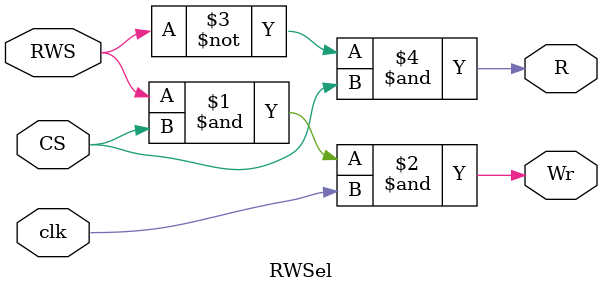
<source format=v>
module RWSel(Wr, R, CS, RWS, clk);
	input RWS, CS, clk;
	output Wr, R;
	
	and(Wr, RWS, CS, clk),
		(R, ~RWS, CS);
endmodule


</source>
